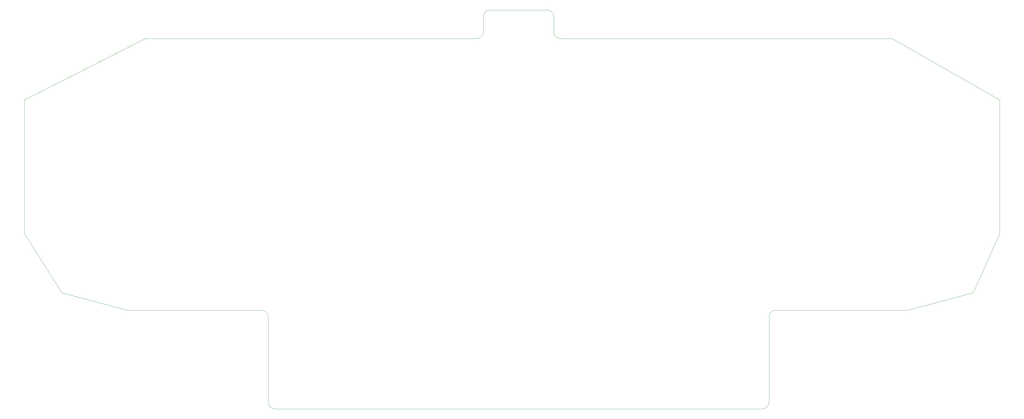
<source format=gm1>
%TF.GenerationSoftware,KiCad,Pcbnew,(5.1.9)-1*%
%TF.CreationDate,2022-03-20T21:09:02-04:00*%
%TF.ProjectId,essence-pcb-rev_1,65737365-6e63-4652-9d70-63622d726576,rev?*%
%TF.SameCoordinates,Original*%
%TF.FileFunction,Profile,NP*%
%FSLAX46Y46*%
G04 Gerber Fmt 4.6, Leading zero omitted, Abs format (unit mm)*
G04 Created by KiCad (PCBNEW (5.1.9)-1) date 2022-03-20 21:09:02*
%MOMM*%
%LPD*%
G01*
G04 APERTURE LIST*
%TA.AperFunction,Profile*%
%ADD10C,0.050000*%
%TD*%
G04 APERTURE END LIST*
D10*
X229393750Y-41275000D02*
X349250000Y-41275000D01*
X227012500Y-33337500D02*
X227012500Y-38893750D01*
X203993750Y-30956250D02*
X224631250Y-30956250D01*
X201612500Y-38893750D02*
X201612500Y-33337500D01*
X199231250Y-41275000D02*
X79375000Y-41275000D01*
X307181250Y-139700000D02*
X354806250Y-139700000D01*
X304800000Y-173037500D02*
X304800000Y-142081250D01*
X126206250Y-175418750D02*
X302418750Y-175418750D01*
X121443750Y-139700000D02*
X73025000Y-139700000D01*
X123825000Y-173037500D02*
X123825000Y-142081250D01*
X304800000Y-173037500D02*
G75*
G02*
X302418750Y-175418750I-2381250J0D01*
G01*
X304800000Y-142081250D02*
G75*
G02*
X307181250Y-139700000I2381250J0D01*
G01*
X229393750Y-41275000D02*
G75*
G02*
X227012500Y-38893750I0J2381250D01*
G01*
X224631250Y-30956250D02*
G75*
G02*
X227012500Y-33337500I0J-2381250D01*
G01*
X201612500Y-33337500D02*
G75*
G02*
X203993750Y-30956250I2381250J0D01*
G01*
X201612500Y-38893750D02*
G75*
G02*
X199231250Y-41275000I-2381250J0D01*
G01*
X49212500Y-133350000D02*
X35718750Y-111918750D01*
X121443750Y-139700000D02*
G75*
G02*
X123825000Y-142081250I0J-2381250D01*
G01*
X126206250Y-175418750D02*
G75*
G02*
X123825000Y-173037500I0J2381250D01*
G01*
X35718750Y-63500000D02*
X35718750Y-111918750D01*
X79375000Y-41275000D02*
X35718750Y-63500000D01*
X73025000Y-139700000D02*
X49212500Y-133350000D01*
X378618750Y-133350000D02*
X354806250Y-139700000D01*
X388143750Y-111918750D02*
X378618750Y-133350000D01*
X388143750Y-63500000D02*
X388143750Y-111918750D01*
X349250000Y-41275000D02*
X388143750Y-63500000D01*
M02*

</source>
